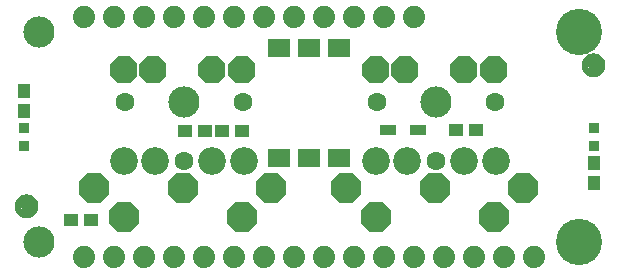
<source format=gbr>
G04 EAGLE Gerber RS-274X export*
G75*
%MOMM*%
%FSLAX34Y34*%
%LPD*%
%INSoldermask Top*%
%IPPOS*%
%AMOC8*
5,1,8,0,0,1.08239X$1,22.5*%
G01*
%ADD10C,2.641600*%
%ADD11C,3.911600*%
%ADD12C,1.879600*%
%ADD13C,1.101600*%
%ADD14C,0.500000*%
%ADD15P,2.815946X8X22.500000*%
%ADD16P,2.815946X8X292.500000*%
%ADD17P,2.474344X8X22.500000*%
%ADD18C,2.351600*%
%ADD19C,1.601600*%
%ADD20R,1.881600X1.621600*%
%ADD21R,1.176600X1.101600*%
%ADD22R,1.451600X0.901600*%
%ADD23R,0.901600X0.901600*%
%ADD24R,1.101600X1.176600*%


D10*
X25400Y203200D03*
X25400Y25400D03*
D11*
X482600Y203200D03*
X482600Y25400D03*
D12*
X342900Y215900D03*
X317500Y215900D03*
X292100Y215900D03*
X266700Y215900D03*
X241300Y215900D03*
X215900Y215900D03*
X190500Y215900D03*
X165100Y215900D03*
X139700Y215900D03*
X114300Y215900D03*
X88900Y215900D03*
X63500Y215900D03*
X342900Y12700D03*
X317500Y12700D03*
X292100Y12700D03*
X266700Y12700D03*
X241300Y12700D03*
X215900Y12700D03*
X190500Y12700D03*
X165100Y12700D03*
X139700Y12700D03*
X114300Y12700D03*
X88900Y12700D03*
X63500Y12700D03*
X368300Y12700D03*
X393700Y12700D03*
X419100Y12700D03*
X444500Y12700D03*
D13*
X15240Y55880D03*
D14*
X15240Y63380D02*
X15059Y63378D01*
X14878Y63371D01*
X14697Y63360D01*
X14516Y63345D01*
X14336Y63325D01*
X14156Y63301D01*
X13977Y63273D01*
X13799Y63240D01*
X13622Y63203D01*
X13445Y63162D01*
X13270Y63117D01*
X13095Y63067D01*
X12922Y63013D01*
X12751Y62955D01*
X12580Y62893D01*
X12412Y62826D01*
X12245Y62756D01*
X12079Y62682D01*
X11916Y62603D01*
X11755Y62521D01*
X11595Y62435D01*
X11438Y62345D01*
X11283Y62251D01*
X11130Y62154D01*
X10980Y62052D01*
X10832Y61948D01*
X10686Y61839D01*
X10544Y61728D01*
X10404Y61612D01*
X10267Y61494D01*
X10132Y61372D01*
X10001Y61247D01*
X9873Y61119D01*
X9748Y60988D01*
X9626Y60853D01*
X9508Y60716D01*
X9392Y60576D01*
X9281Y60434D01*
X9172Y60288D01*
X9068Y60140D01*
X8966Y59990D01*
X8869Y59837D01*
X8775Y59682D01*
X8685Y59525D01*
X8599Y59365D01*
X8517Y59204D01*
X8438Y59041D01*
X8364Y58875D01*
X8294Y58708D01*
X8227Y58540D01*
X8165Y58369D01*
X8107Y58198D01*
X8053Y58025D01*
X8003Y57850D01*
X7958Y57675D01*
X7917Y57498D01*
X7880Y57321D01*
X7847Y57143D01*
X7819Y56964D01*
X7795Y56784D01*
X7775Y56604D01*
X7760Y56423D01*
X7749Y56242D01*
X7742Y56061D01*
X7740Y55880D01*
X15240Y63380D02*
X15421Y63378D01*
X15602Y63371D01*
X15783Y63360D01*
X15964Y63345D01*
X16144Y63325D01*
X16324Y63301D01*
X16503Y63273D01*
X16681Y63240D01*
X16858Y63203D01*
X17035Y63162D01*
X17210Y63117D01*
X17385Y63067D01*
X17558Y63013D01*
X17729Y62955D01*
X17900Y62893D01*
X18068Y62826D01*
X18235Y62756D01*
X18401Y62682D01*
X18564Y62603D01*
X18725Y62521D01*
X18885Y62435D01*
X19042Y62345D01*
X19197Y62251D01*
X19350Y62154D01*
X19500Y62052D01*
X19648Y61948D01*
X19794Y61839D01*
X19936Y61728D01*
X20076Y61612D01*
X20213Y61494D01*
X20348Y61372D01*
X20479Y61247D01*
X20607Y61119D01*
X20732Y60988D01*
X20854Y60853D01*
X20972Y60716D01*
X21088Y60576D01*
X21199Y60434D01*
X21308Y60288D01*
X21412Y60140D01*
X21514Y59990D01*
X21611Y59837D01*
X21705Y59682D01*
X21795Y59525D01*
X21881Y59365D01*
X21963Y59204D01*
X22042Y59041D01*
X22116Y58875D01*
X22186Y58708D01*
X22253Y58540D01*
X22315Y58369D01*
X22373Y58198D01*
X22427Y58025D01*
X22477Y57850D01*
X22522Y57675D01*
X22563Y57498D01*
X22600Y57321D01*
X22633Y57143D01*
X22661Y56964D01*
X22685Y56784D01*
X22705Y56604D01*
X22720Y56423D01*
X22731Y56242D01*
X22738Y56061D01*
X22740Y55880D01*
X22738Y55699D01*
X22731Y55518D01*
X22720Y55337D01*
X22705Y55156D01*
X22685Y54976D01*
X22661Y54796D01*
X22633Y54617D01*
X22600Y54439D01*
X22563Y54262D01*
X22522Y54085D01*
X22477Y53910D01*
X22427Y53735D01*
X22373Y53562D01*
X22315Y53391D01*
X22253Y53220D01*
X22186Y53052D01*
X22116Y52885D01*
X22042Y52719D01*
X21963Y52556D01*
X21881Y52395D01*
X21795Y52235D01*
X21705Y52078D01*
X21611Y51923D01*
X21514Y51770D01*
X21412Y51620D01*
X21308Y51472D01*
X21199Y51326D01*
X21088Y51184D01*
X20972Y51044D01*
X20854Y50907D01*
X20732Y50772D01*
X20607Y50641D01*
X20479Y50513D01*
X20348Y50388D01*
X20213Y50266D01*
X20076Y50148D01*
X19936Y50032D01*
X19794Y49921D01*
X19648Y49812D01*
X19500Y49708D01*
X19350Y49606D01*
X19197Y49509D01*
X19042Y49415D01*
X18885Y49325D01*
X18725Y49239D01*
X18564Y49157D01*
X18401Y49078D01*
X18235Y49004D01*
X18068Y48934D01*
X17900Y48867D01*
X17729Y48805D01*
X17558Y48747D01*
X17385Y48693D01*
X17210Y48643D01*
X17035Y48598D01*
X16858Y48557D01*
X16681Y48520D01*
X16503Y48487D01*
X16324Y48459D01*
X16144Y48435D01*
X15964Y48415D01*
X15783Y48400D01*
X15602Y48389D01*
X15421Y48382D01*
X15240Y48380D01*
X15059Y48382D01*
X14878Y48389D01*
X14697Y48400D01*
X14516Y48415D01*
X14336Y48435D01*
X14156Y48459D01*
X13977Y48487D01*
X13799Y48520D01*
X13622Y48557D01*
X13445Y48598D01*
X13270Y48643D01*
X13095Y48693D01*
X12922Y48747D01*
X12751Y48805D01*
X12580Y48867D01*
X12412Y48934D01*
X12245Y49004D01*
X12079Y49078D01*
X11916Y49157D01*
X11755Y49239D01*
X11595Y49325D01*
X11438Y49415D01*
X11283Y49509D01*
X11130Y49606D01*
X10980Y49708D01*
X10832Y49812D01*
X10686Y49921D01*
X10544Y50032D01*
X10404Y50148D01*
X10267Y50266D01*
X10132Y50388D01*
X10001Y50513D01*
X9873Y50641D01*
X9748Y50772D01*
X9626Y50907D01*
X9508Y51044D01*
X9392Y51184D01*
X9281Y51326D01*
X9172Y51472D01*
X9068Y51620D01*
X8966Y51770D01*
X8869Y51923D01*
X8775Y52078D01*
X8685Y52235D01*
X8599Y52395D01*
X8517Y52556D01*
X8438Y52719D01*
X8364Y52885D01*
X8294Y53052D01*
X8227Y53220D01*
X8165Y53391D01*
X8107Y53562D01*
X8053Y53735D01*
X8003Y53910D01*
X7958Y54085D01*
X7917Y54262D01*
X7880Y54439D01*
X7847Y54617D01*
X7819Y54796D01*
X7795Y54976D01*
X7775Y55156D01*
X7760Y55337D01*
X7749Y55518D01*
X7742Y55699D01*
X7740Y55880D01*
D13*
X495300Y175260D03*
D14*
X495300Y182760D02*
X495119Y182758D01*
X494938Y182751D01*
X494757Y182740D01*
X494576Y182725D01*
X494396Y182705D01*
X494216Y182681D01*
X494037Y182653D01*
X493859Y182620D01*
X493682Y182583D01*
X493505Y182542D01*
X493330Y182497D01*
X493155Y182447D01*
X492982Y182393D01*
X492811Y182335D01*
X492640Y182273D01*
X492472Y182206D01*
X492305Y182136D01*
X492139Y182062D01*
X491976Y181983D01*
X491815Y181901D01*
X491655Y181815D01*
X491498Y181725D01*
X491343Y181631D01*
X491190Y181534D01*
X491040Y181432D01*
X490892Y181328D01*
X490746Y181219D01*
X490604Y181108D01*
X490464Y180992D01*
X490327Y180874D01*
X490192Y180752D01*
X490061Y180627D01*
X489933Y180499D01*
X489808Y180368D01*
X489686Y180233D01*
X489568Y180096D01*
X489452Y179956D01*
X489341Y179814D01*
X489232Y179668D01*
X489128Y179520D01*
X489026Y179370D01*
X488929Y179217D01*
X488835Y179062D01*
X488745Y178905D01*
X488659Y178745D01*
X488577Y178584D01*
X488498Y178421D01*
X488424Y178255D01*
X488354Y178088D01*
X488287Y177920D01*
X488225Y177749D01*
X488167Y177578D01*
X488113Y177405D01*
X488063Y177230D01*
X488018Y177055D01*
X487977Y176878D01*
X487940Y176701D01*
X487907Y176523D01*
X487879Y176344D01*
X487855Y176164D01*
X487835Y175984D01*
X487820Y175803D01*
X487809Y175622D01*
X487802Y175441D01*
X487800Y175260D01*
X495300Y182760D02*
X495481Y182758D01*
X495662Y182751D01*
X495843Y182740D01*
X496024Y182725D01*
X496204Y182705D01*
X496384Y182681D01*
X496563Y182653D01*
X496741Y182620D01*
X496918Y182583D01*
X497095Y182542D01*
X497270Y182497D01*
X497445Y182447D01*
X497618Y182393D01*
X497789Y182335D01*
X497960Y182273D01*
X498128Y182206D01*
X498295Y182136D01*
X498461Y182062D01*
X498624Y181983D01*
X498785Y181901D01*
X498945Y181815D01*
X499102Y181725D01*
X499257Y181631D01*
X499410Y181534D01*
X499560Y181432D01*
X499708Y181328D01*
X499854Y181219D01*
X499996Y181108D01*
X500136Y180992D01*
X500273Y180874D01*
X500408Y180752D01*
X500539Y180627D01*
X500667Y180499D01*
X500792Y180368D01*
X500914Y180233D01*
X501032Y180096D01*
X501148Y179956D01*
X501259Y179814D01*
X501368Y179668D01*
X501472Y179520D01*
X501574Y179370D01*
X501671Y179217D01*
X501765Y179062D01*
X501855Y178905D01*
X501941Y178745D01*
X502023Y178584D01*
X502102Y178421D01*
X502176Y178255D01*
X502246Y178088D01*
X502313Y177920D01*
X502375Y177749D01*
X502433Y177578D01*
X502487Y177405D01*
X502537Y177230D01*
X502582Y177055D01*
X502623Y176878D01*
X502660Y176701D01*
X502693Y176523D01*
X502721Y176344D01*
X502745Y176164D01*
X502765Y175984D01*
X502780Y175803D01*
X502791Y175622D01*
X502798Y175441D01*
X502800Y175260D01*
X502798Y175079D01*
X502791Y174898D01*
X502780Y174717D01*
X502765Y174536D01*
X502745Y174356D01*
X502721Y174176D01*
X502693Y173997D01*
X502660Y173819D01*
X502623Y173642D01*
X502582Y173465D01*
X502537Y173290D01*
X502487Y173115D01*
X502433Y172942D01*
X502375Y172771D01*
X502313Y172600D01*
X502246Y172432D01*
X502176Y172265D01*
X502102Y172099D01*
X502023Y171936D01*
X501941Y171775D01*
X501855Y171615D01*
X501765Y171458D01*
X501671Y171303D01*
X501574Y171150D01*
X501472Y171000D01*
X501368Y170852D01*
X501259Y170706D01*
X501148Y170564D01*
X501032Y170424D01*
X500914Y170287D01*
X500792Y170152D01*
X500667Y170021D01*
X500539Y169893D01*
X500408Y169768D01*
X500273Y169646D01*
X500136Y169528D01*
X499996Y169412D01*
X499854Y169301D01*
X499708Y169192D01*
X499560Y169088D01*
X499410Y168986D01*
X499257Y168889D01*
X499102Y168795D01*
X498945Y168705D01*
X498785Y168619D01*
X498624Y168537D01*
X498461Y168458D01*
X498295Y168384D01*
X498128Y168314D01*
X497960Y168247D01*
X497789Y168185D01*
X497618Y168127D01*
X497445Y168073D01*
X497270Y168023D01*
X497095Y167978D01*
X496918Y167937D01*
X496741Y167900D01*
X496563Y167867D01*
X496384Y167839D01*
X496204Y167815D01*
X496024Y167795D01*
X495843Y167780D01*
X495662Y167769D01*
X495481Y167762D01*
X495300Y167760D01*
X495119Y167762D01*
X494938Y167769D01*
X494757Y167780D01*
X494576Y167795D01*
X494396Y167815D01*
X494216Y167839D01*
X494037Y167867D01*
X493859Y167900D01*
X493682Y167937D01*
X493505Y167978D01*
X493330Y168023D01*
X493155Y168073D01*
X492982Y168127D01*
X492811Y168185D01*
X492640Y168247D01*
X492472Y168314D01*
X492305Y168384D01*
X492139Y168458D01*
X491976Y168537D01*
X491815Y168619D01*
X491655Y168705D01*
X491498Y168795D01*
X491343Y168889D01*
X491190Y168986D01*
X491040Y169088D01*
X490892Y169192D01*
X490746Y169301D01*
X490604Y169412D01*
X490464Y169528D01*
X490327Y169646D01*
X490192Y169768D01*
X490061Y169893D01*
X489933Y170021D01*
X489808Y170152D01*
X489686Y170287D01*
X489568Y170424D01*
X489452Y170564D01*
X489341Y170706D01*
X489232Y170852D01*
X489128Y171000D01*
X489026Y171150D01*
X488929Y171303D01*
X488835Y171458D01*
X488745Y171615D01*
X488659Y171775D01*
X488577Y171936D01*
X488498Y172099D01*
X488424Y172265D01*
X488354Y172432D01*
X488287Y172600D01*
X488225Y172771D01*
X488167Y172942D01*
X488113Y173115D01*
X488063Y173290D01*
X488018Y173465D01*
X487977Y173642D01*
X487940Y173819D01*
X487907Y173997D01*
X487879Y174176D01*
X487855Y174356D01*
X487835Y174536D01*
X487820Y174717D01*
X487809Y174898D01*
X487802Y175079D01*
X487800Y175260D01*
D15*
X222320Y71450D03*
D16*
X147320Y71450D03*
D15*
X72320Y71450D03*
X197320Y46450D03*
X97320Y46450D03*
D17*
X122320Y171450D03*
X97320Y171450D03*
X197320Y171450D03*
X172320Y171450D03*
D15*
X435680Y71450D03*
D16*
X360680Y71450D03*
D15*
X285680Y71450D03*
X410680Y46450D03*
X310680Y46450D03*
D17*
X335680Y171450D03*
X310680Y171450D03*
X410680Y171450D03*
X385680Y171450D03*
D10*
X361680Y144450D03*
D18*
X337680Y94450D03*
X385680Y94450D03*
X412680Y94450D03*
X310680Y94450D03*
D19*
X311680Y144450D03*
X411680Y144450D03*
X361680Y94450D03*
D10*
X148320Y144450D03*
D18*
X124320Y94450D03*
X172320Y94450D03*
X199320Y94450D03*
X97320Y94450D03*
D19*
X98320Y144450D03*
X198320Y144450D03*
X148320Y94450D03*
D20*
X279400Y189960D03*
X254000Y189960D03*
X228600Y189960D03*
X228600Y97060D03*
X254000Y97060D03*
X279400Y97060D03*
D21*
X148980Y119380D03*
X165980Y119380D03*
X378850Y120650D03*
X395850Y120650D03*
X180730Y119380D03*
X197730Y119380D03*
X69460Y44450D03*
X52460Y44450D03*
D22*
X346710Y120650D03*
X321310Y120650D03*
D23*
X495300Y121800D03*
X495300Y106800D03*
D24*
X495300Y75320D03*
X495300Y92320D03*
D23*
X12700Y106800D03*
X12700Y121800D03*
D24*
X12700Y153280D03*
X12700Y136280D03*
M02*

</source>
